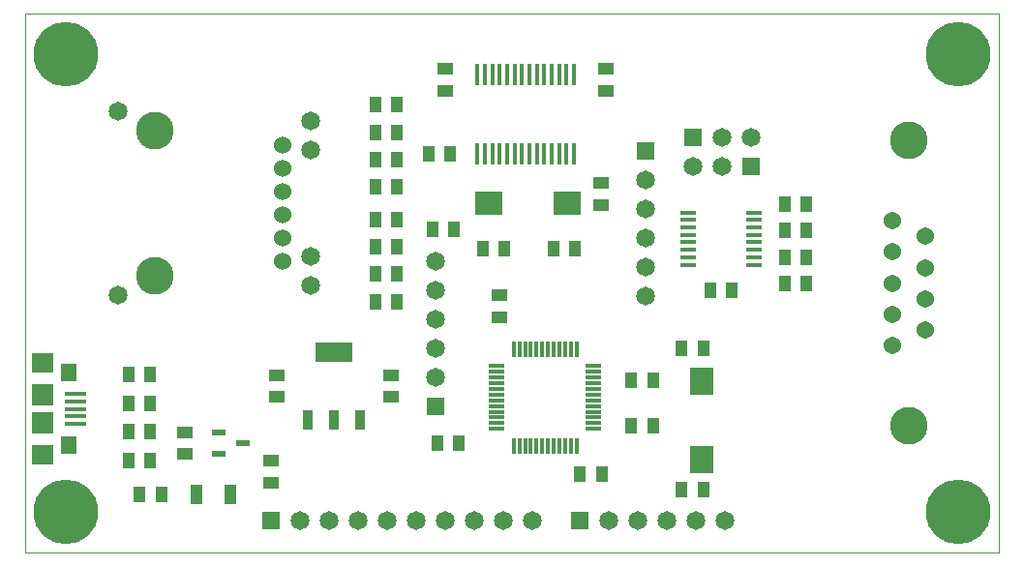
<source format=gts>
%FSLAX46Y46*%
G04 Gerber Fmt 4.6, Leading zero omitted, Abs format (unit mm)*
G04 Created by KiCad (PCBNEW (2014-07-07 BZR 4986)-product) date Fri 18 Jul 2014 08:12:10 PM EDT*
%MOMM*%
G01*
G04 APERTURE LIST*
%ADD10C,0.100000*%
%ADD11R,1.450000X1.000000*%
%ADD12R,1.000000X1.450000*%
%ADD13R,1.050000X1.750000*%
%ADD14R,1.900000X0.400000*%
%ADD15R,1.400000X1.600000*%
%ADD16R,1.900000X1.800000*%
%ADD17R,1.900000X1.900000*%
%ADD18C,5.650000*%
%ADD19C,1.524000*%
%ADD20C,1.651000*%
%ADD21C,3.302000*%
%ADD22R,1.650000X1.650000*%
%ADD23C,1.650000*%
%ADD24R,1.450000X0.300000*%
%ADD25R,0.300000X1.450000*%
%ADD26R,1.300000X0.600000*%
%ADD27R,0.900000X1.800000*%
%ADD28R,3.200000X1.800000*%
%ADD29R,2.450000X2.100000*%
%ADD30R,2.100000X2.450000*%
%ADD31R,1.450000X0.450000*%
%ADD32R,0.450000X1.850000*%
%ADD33C,1.540000*%
%ADD34C,3.300000*%
G04 APERTURE END LIST*
D10*
X50000000Y-98600000D02*
X50000000Y-51400000D01*
X135200000Y-98600000D02*
X50000000Y-98600000D01*
X135200000Y-51400000D02*
X135200000Y-98600000D01*
X50000000Y-51400000D02*
X135200000Y-51400000D01*
D11*
X91500000Y-76050000D03*
X91500000Y-77950000D03*
D12*
X86050000Y-89000000D03*
X87950000Y-89000000D03*
X90050000Y-72000000D03*
X91950000Y-72000000D03*
X98150000Y-72000000D03*
X96250000Y-72000000D03*
X100450000Y-91700000D03*
X98550000Y-91700000D03*
D11*
X100800000Y-56250000D03*
X100800000Y-58150000D03*
D12*
X104950000Y-87500000D03*
X103050000Y-87500000D03*
X104950000Y-83500000D03*
X103050000Y-83500000D03*
X109350000Y-93100000D03*
X107450000Y-93100000D03*
X109350000Y-80700000D03*
X107450000Y-80700000D03*
X82550000Y-74200000D03*
X80650000Y-74200000D03*
X82550000Y-61800000D03*
X80650000Y-61800000D03*
D11*
X100400000Y-68150000D03*
X100400000Y-66250000D03*
D12*
X85318240Y-63679000D03*
X87218240Y-63679000D03*
X116450000Y-72700000D03*
X118350000Y-72700000D03*
X116450000Y-68100000D03*
X118350000Y-68100000D03*
X116450000Y-75000000D03*
X118350000Y-75000000D03*
X116450000Y-70400000D03*
X118350000Y-70400000D03*
X109950000Y-75600000D03*
X111850000Y-75600000D03*
X60950000Y-90500000D03*
X59050000Y-90500000D03*
X60950000Y-83000000D03*
X59050000Y-83000000D03*
D11*
X72000000Y-84950000D03*
X72000000Y-83050000D03*
X82000000Y-84950000D03*
X82000000Y-83050000D03*
D13*
X68000000Y-93500000D03*
X65000000Y-93500000D03*
D14*
X54450000Y-84700000D03*
X54450000Y-85350000D03*
X54450000Y-86000000D03*
X54450000Y-86650000D03*
X54450000Y-87300000D03*
D15*
X53850000Y-82800000D03*
X53850000Y-89200000D03*
D16*
X51500000Y-82000000D03*
X51500000Y-90000000D03*
D17*
X51500000Y-84800000D03*
X51500000Y-87200000D03*
D12*
X87550000Y-70300000D03*
X85650000Y-70300000D03*
D18*
X53600000Y-55000000D03*
X53600000Y-95000000D03*
X131600000Y-95000000D03*
X131600000Y-55000000D03*
D19*
X72500000Y-73080000D03*
X72500000Y-71048000D03*
X72500000Y-69016000D03*
X72500000Y-66984000D03*
X72500000Y-64952000D03*
X72500000Y-62920000D03*
D20*
X74963800Y-75213600D03*
X74963800Y-72673600D03*
X74963800Y-63326400D03*
X74963800Y-60786400D03*
D21*
X61324000Y-61650000D03*
X61324000Y-74350000D03*
D20*
X58149000Y-76064500D03*
X58149000Y-59935500D03*
D22*
X71500000Y-95800000D03*
D23*
X74040000Y-95800000D03*
X76580000Y-95800000D03*
X79120000Y-95800000D03*
X81660000Y-95800000D03*
X84200000Y-95800000D03*
X86740000Y-95800000D03*
X89280000Y-95800000D03*
X91820000Y-95800000D03*
X94360000Y-95800000D03*
D22*
X85900000Y-85800000D03*
D23*
X85900000Y-83260000D03*
X85900000Y-80720000D03*
X85900000Y-78180000D03*
X85900000Y-75640000D03*
X85900000Y-73100000D03*
D22*
X98500000Y-95800000D03*
D23*
X101040000Y-95800000D03*
X103580000Y-95800000D03*
X106120000Y-95800000D03*
X108660000Y-95800000D03*
X111200000Y-95800000D03*
D22*
X104300000Y-63400000D03*
D23*
X104300000Y-65940000D03*
X104300000Y-68480000D03*
X104300000Y-71020000D03*
X104300000Y-73560000D03*
X104300000Y-76100000D03*
D22*
X108458000Y-62230000D03*
D23*
X110998000Y-62230000D03*
X113538000Y-62230000D03*
D22*
X113538000Y-64770000D03*
D23*
X110998000Y-64770000D03*
X108458000Y-64770000D03*
D11*
X86800000Y-58150000D03*
X86800000Y-56250000D03*
D12*
X82550000Y-76600000D03*
X80650000Y-76600000D03*
X82550000Y-59400000D03*
X80650000Y-59400000D03*
X80650000Y-71800000D03*
X82550000Y-71800000D03*
X82550000Y-69400000D03*
X80650000Y-69400000D03*
X80650000Y-66600000D03*
X82550000Y-66600000D03*
X82550000Y-64200000D03*
X80650000Y-64200000D03*
X60050000Y-93500000D03*
X61950000Y-93500000D03*
D11*
X71500000Y-90550000D03*
X71500000Y-92450000D03*
D12*
X60950000Y-85500000D03*
X59050000Y-85500000D03*
X60950000Y-88000000D03*
X59050000Y-88000000D03*
D11*
X64000000Y-88050000D03*
X64000000Y-89950000D03*
D24*
X99750000Y-87750000D03*
X99750000Y-87250000D03*
X99750000Y-86750000D03*
X99750000Y-86250000D03*
X99750000Y-85750000D03*
X99750000Y-85250000D03*
X99750000Y-84750000D03*
X99750000Y-84250000D03*
X99750000Y-83750000D03*
X99750000Y-83250000D03*
X99750000Y-82750000D03*
X99750000Y-82250000D03*
D25*
X98250000Y-80750000D03*
X97750000Y-80750000D03*
X97250000Y-80750000D03*
X96750000Y-80750000D03*
X96250000Y-80750000D03*
X95750000Y-80750000D03*
X95250000Y-80750000D03*
X94750000Y-80750000D03*
X94250000Y-80750000D03*
X93750000Y-80750000D03*
X93250000Y-80750000D03*
X92750000Y-80750000D03*
D24*
X91250000Y-82250000D03*
X91250000Y-82750000D03*
X91250000Y-83250000D03*
X91250000Y-83750000D03*
X91250000Y-84250000D03*
X91250000Y-84750000D03*
X91250000Y-85250000D03*
X91250000Y-85750000D03*
X91250000Y-86250000D03*
X91250000Y-86750000D03*
X91250000Y-87250000D03*
X91250000Y-87750000D03*
D25*
X92750000Y-89250000D03*
X93250000Y-89250000D03*
X93750000Y-89250000D03*
X94250000Y-89250000D03*
X94750000Y-89250000D03*
X95250000Y-89250000D03*
X95750000Y-89250000D03*
X96250000Y-89250000D03*
X96750000Y-89250000D03*
X97250000Y-89250000D03*
X97750000Y-89250000D03*
X98250000Y-89250000D03*
D26*
X66950000Y-88050000D03*
X66950000Y-89950000D03*
X69050000Y-89000000D03*
D27*
X74700000Y-87000000D03*
X77000000Y-87000000D03*
X79300000Y-87000000D03*
D28*
X77000000Y-81000000D03*
D29*
X90600000Y-68000000D03*
X97400000Y-68000000D03*
D30*
X109200000Y-90400000D03*
X109200000Y-83600000D03*
D31*
X113800000Y-73375000D03*
X113800000Y-72725000D03*
X113800000Y-72075000D03*
X113800000Y-71425000D03*
X113800000Y-70775000D03*
X113800000Y-70125000D03*
X113800000Y-69475000D03*
X113800000Y-68825000D03*
X108000000Y-68825000D03*
X108000000Y-69475000D03*
X108000000Y-70125000D03*
X108000000Y-70775000D03*
X108000000Y-71425000D03*
X108000000Y-72075000D03*
X108000000Y-72725000D03*
X108000000Y-73375000D03*
D32*
X98025000Y-56700000D03*
X97375000Y-56700000D03*
X96725000Y-56700000D03*
X96075000Y-56700000D03*
X95425000Y-56700000D03*
X94775000Y-56700000D03*
X94125000Y-56700000D03*
X93475000Y-56700000D03*
X92825000Y-56700000D03*
X92175000Y-56700000D03*
X91525000Y-56700000D03*
X90875000Y-56700000D03*
X90225000Y-56700000D03*
X89575000Y-56700000D03*
X89575000Y-63700000D03*
X90225000Y-63700000D03*
X90875000Y-63700000D03*
X91525000Y-63700000D03*
X92175000Y-63700000D03*
X92825000Y-63700000D03*
X93475000Y-63700000D03*
X94125000Y-63700000D03*
X94775000Y-63700000D03*
X95425000Y-63700000D03*
X96075000Y-63700000D03*
X96725000Y-63700000D03*
X97375000Y-63700000D03*
X98025000Y-63700000D03*
D33*
X125900000Y-69520000D03*
X125900000Y-72260000D03*
X125900000Y-75000000D03*
X125900000Y-77740000D03*
X125900000Y-80480000D03*
X128740000Y-70890000D03*
X128740000Y-73630000D03*
X128740000Y-76370000D03*
X128740000Y-79110000D03*
D34*
X127320000Y-62505000D03*
X127320000Y-87495000D03*
M02*

</source>
